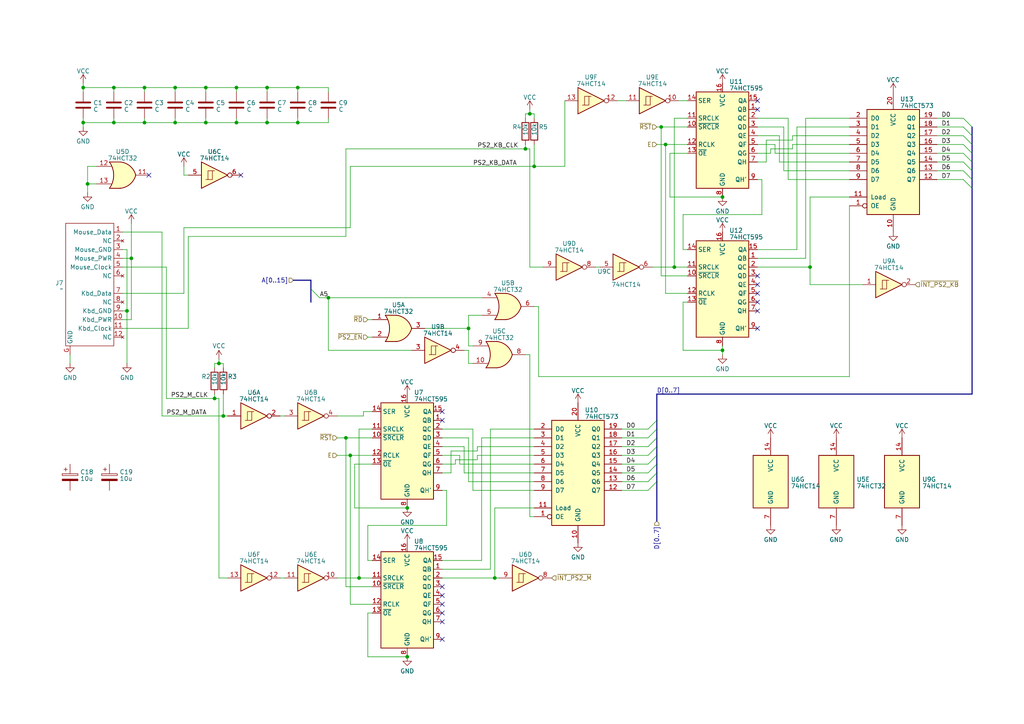
<source format=kicad_sch>
(kicad_sch (version 20231120) (generator "eeschema") (generator_version "8.0")
  (paper "A4")
  (lib_symbols
    (symbol "74xx:74HC14" (pin_names (offset 1.016))
      (property "Reference" "U" (at 0 1.27 0))
      (property "Value" "74HC14" (at 0 -1.27 0))
      (symbol "74HC14_1_0"
        (polyline (pts (xy -3.81 3.81) (xy -3.81 -3.81) (xy 3.81 0) (xy -3.81 3.81)) (stroke (width 0.254)) (fill (type background)))
        (pin input line (at -7.62 0 0) (length 3.81) (name "~") (number "1"))
        (pin output inverted (at 7.62 0 180) (length 3.81) (name "~") (number "2"))
      )
      (symbol "74HC14_1_1"
        (polyline (pts (xy -1.905 -1.27) (xy -1.905 1.27) (xy -0.635 1.27)))
        (polyline (pts (xy -2.54 -1.27) (xy -0.635 -1.27) (xy -0.635 1.27) (xy 0 1.27)))
      )
      (symbol "74HC14_2_0"
        (polyline (pts (xy -3.81 3.81) (xy -3.81 -3.81) (xy 3.81 0) (xy -3.81 3.81)) (stroke (width 0.254)) (fill (type background)))
        (pin input line (at -7.62 0 0) (length 3.81) (name "~") (number "3"))
        (pin output inverted (at 7.62 0 180) (length 3.81) (name "~") (number "4"))
      )
      (symbol "74HC14_2_1"
        (polyline (pts (xy -1.905 -1.27) (xy -1.905 1.27) (xy -0.635 1.27)))
        (polyline (pts (xy -2.54 -1.27) (xy -0.635 -1.27) (xy -0.635 1.27) (xy 0 1.27)))
      )
      (symbol "74HC14_3_0"
        (polyline (pts (xy -3.81 3.81) (xy -3.81 -3.81) (xy 3.81 0) (xy -3.81 3.81)) (stroke (width 0.254)) (fill (type background)))
        (pin input line (at -7.62 0 0) (length 3.81) (name "~") (number "5"))
        (pin output inverted (at 7.62 0 180) (length 3.81) (name "~") (number "6"))
      )
      (symbol "74HC14_3_1"
        (polyline (pts (xy -1.905 -1.27) (xy -1.905 1.27) (xy -0.635 1.27)))
        (polyline (pts (xy -2.54 -1.27) (xy -0.635 -1.27) (xy -0.635 1.27) (xy 0 1.27)))
      )
      (symbol "74HC14_4_0"
        (polyline (pts (xy -3.81 3.81) (xy -3.81 -3.81) (xy 3.81 0) (xy -3.81 3.81)) (stroke (width 0.254)) (fill (type background)))
        (pin output inverted (at 7.62 0 180) (length 3.81) (name "~") (number "8"))
        (pin input line (at -7.62 0 0) (length 3.81) (name "~") (number "9"))
      )
      (symbol "74HC14_4_1"
        (polyline (pts (xy -1.905 -1.27) (xy -1.905 1.27) (xy -0.635 1.27)))
        (polyline (pts (xy -2.54 -1.27) (xy -0.635 -1.27) (xy -0.635 1.27) (xy 0 1.27)))
      )
      (symbol "74HC14_5_0"
        (polyline (pts (xy -3.81 3.81) (xy -3.81 -3.81) (xy 3.81 0) (xy -3.81 3.81)) (stroke (width 0.254)) (fill (type background)))
        (pin output inverted (at 7.62 0 180) (length 3.81) (name "~") (number "10"))
        (pin input line (at -7.62 0 0) (length 3.81) (name "~") (number "11"))
      )
      (symbol "74HC14_5_1"
        (polyline (pts (xy -1.905 -1.27) (xy -1.905 1.27) (xy -0.635 1.27)))
        (polyline (pts (xy -2.54 -1.27) (xy -0.635 -1.27) (xy -0.635 1.27) (xy 0 1.27)))
      )
      (symbol "74HC14_6_0"
        (polyline (pts (xy -3.81 3.81) (xy -3.81 -3.81) (xy 3.81 0) (xy -3.81 3.81)) (stroke (width 0.254)) (fill (type background)))
        (pin output inverted (at 7.62 0 180) (length 3.81) (name "~") (number "12"))
        (pin input line (at -7.62 0 0) (length 3.81) (name "~") (number "13"))
      )
      (symbol "74HC14_6_1"
        (polyline (pts (xy -1.905 -1.27) (xy -1.905 1.27) (xy -0.635 1.27)))
        (polyline (pts (xy -2.54 -1.27) (xy -0.635 -1.27) (xy -0.635 1.27) (xy 0 1.27)))
      )
      (symbol "74HC14_7_0"
        (pin power_in line (at 0 12.7 270) (length 5.08) (name "VCC") (number "14"))
        (pin power_in line (at 0 -12.7 90) (length 5.08) (name "GND") (number "7"))
      )
      (symbol "74HC14_7_1"
        (rectangle (start -5.08 7.62) (end 5.08 -7.62) (stroke (width 0.254)) (fill (type background)))
      )
    )
    (symbol "74xx:74HC595"
      (property "Reference" "U" (at -7.62 13.97 0))
      (property "Value" "74HC595" (at -7.62 -16.51 0))
      (symbol "74HC595_1_0"
        (pin tri_state line (at 10.16 7.62 180) (length 2.54) (name "QB") (number "1"))
        (pin input line (at -10.16 2.54 0) (length 2.54) (name "~{SRCLR}") (number "10"))
        (pin input line (at -10.16 5.08 0) (length 2.54) (name "SRCLK") (number "11"))
        (pin input line (at -10.16 -2.54 0) (length 2.54) (name "RCLK") (number "12"))
        (pin input line (at -10.16 -5.08 0) (length 2.54) (name "~{OE}") (number "13"))
        (pin input line (at -10.16 10.16 0) (length 2.54) (name "SER") (number "14"))
        (pin tri_state line (at 10.16 10.16 180) (length 2.54) (name "QA") (number "15"))
        (pin power_in line (at 0 15.24 270) (length 2.54) (name "VCC") (number "16"))
        (pin tri_state line (at 10.16 5.08 180) (length 2.54) (name "QC") (number "2"))
        (pin tri_state line (at 10.16 2.54 180) (length 2.54) (name "QD") (number "3"))
        (pin tri_state line (at 10.16 0 180) (length 2.54) (name "QE") (number "4"))
        (pin tri_state line (at 10.16 -2.54 180) (length 2.54) (name "QF") (number "5"))
        (pin tri_state line (at 10.16 -5.08 180) (length 2.54) (name "QG") (number "6"))
        (pin tri_state line (at 10.16 -7.62 180) (length 2.54) (name "QH") (number "7"))
        (pin power_in line (at 0 -17.78 90) (length 2.54) (name "GND") (number "8"))
        (pin output line (at 10.16 -12.7 180) (length 2.54) (name "QH'") (number "9"))
      )
      (symbol "74HC595_1_1"
        (rectangle (start -7.62 12.7) (end 7.62 -15.24) (stroke (width 0.254)) (fill (type background)))
      )
    )
    (symbol "74xx:74LS32" (pin_names (offset 1.016))
      (property "Reference" "U" (at 0 1.27 0))
      (property "Value" "74LS32" (at 0 -1.27 0))
      (symbol "74LS32_1_1"
        (arc (start -3.81 -3.81) (mid -2.589 0) (end -3.81 3.81) (stroke (width 0.254)))
        (arc (start -0.6096 -3.81) (mid 2.1842 -2.5851) (end 3.81 0) (stroke (width 0.254)) (fill (type background)))
        (polyline (pts (xy -3.81 -3.81) (xy -0.635 -3.81)) (stroke (width 0.254)) (fill (type background)))
        (polyline (pts (xy -3.81 3.81) (xy -0.635 3.81)) (stroke (width 0.254)) (fill (type background)))
        (polyline (pts (xy -0.635 3.81) (xy -3.81 3.81) (xy -3.81 3.81) (xy -3.556 3.4036) (xy -3.0226 2.2606) (xy -2.6924 1.0414) (xy -2.6162 -0.254) (xy -2.7686 -1.4986) (xy -3.175 -2.7178) (xy -3.81 -3.81) (xy -3.81 -3.81) (xy -0.635 -3.81)) (stroke (width -25.4)) (fill (type background)))
        (arc (start 3.81 0) (mid 2.1915 2.5936) (end -0.6096 3.81) (stroke (width 0.254)) (fill (type background)))
        (pin input line (at -7.62 2.54 0) (length 4.318) (name "~") (number "1"))
        (pin input line (at -7.62 -2.54 0) (length 4.318) (name "~") (number "2"))
        (pin output line (at 7.62 0 180) (length 3.81) (name "~") (number "3"))
      )
      (symbol "74LS32_1_2"
        (arc (start 0 -3.81) (mid 3.7934 0) (end 0 3.81) (stroke (width 0.254)) (fill (type background)))
        (polyline (pts (xy 0 3.81) (xy -3.81 3.81) (xy -3.81 -3.81) (xy 0 -3.81)) (stroke (width 0.254)) (fill (type background)))
        (pin input inverted (at -7.62 2.54 0) (length 3.81) (name "~") (number "1"))
        (pin input inverted (at -7.62 -2.54 0) (length 3.81) (name "~") (number "2"))
        (pin output inverted (at 7.62 0 180) (length 3.81) (name "~") (number "3"))
      )
      (symbol "74LS32_2_1"
        (arc (start -3.81 -3.81) (mid -2.589 0) (end -3.81 3.81) (stroke (width 0.254)))
        (arc (start -0.6096 -3.81) (mid 2.1842 -2.5851) (end 3.81 0) (stroke (width 0.254)) (fill (type background)))
        (polyline (pts (xy -3.81 -3.81) (xy -0.635 -3.81)) (stroke (width 0.254)) (fill (type background)))
        (polyline (pts (xy -3.81 3.81) (xy -0.635 3.81)) (stroke (width 0.254)) (fill (type background)))
        (polyline (pts (xy -0.635 3.81) (xy -3.81 3.81) (xy -3.81 3.81) (xy -3.556 3.4036) (xy -3.0226 2.2606) (xy -2.6924 1.0414) (xy -2.6162 -0.254) (xy -2.7686 -1.4986) (xy -3.175 -2.7178) (xy -3.81 -3.81) (xy -3.81 -3.81) (xy -0.635 -3.81)) (stroke (width -25.4)) (fill (type background)))
        (arc (start 3.81 0) (mid 2.1915 2.5936) (end -0.6096 3.81) (stroke (width 0.254)) (fill (type background)))
        (pin input line (at -7.62 2.54 0) (length 4.318) (name "~") (number "4"))
        (pin input line (at -7.62 -2.54 0) (length 4.318) (name "~") (number "5"))
        (pin output line (at 7.62 0 180) (length 3.81) (name "~") (number "6"))
      )
      (symbol "74LS32_2_2"
        (arc (start 0 -3.81) (mid 3.7934 0) (end 0 3.81) (stroke (width 0.254)) (fill (type background)))
        (polyline (pts (xy 0 3.81) (xy -3.81 3.81) (xy -3.81 -3.81) (xy 0 -3.81)) (stroke (width 0.254)) (fill (type background)))
        (pin input inverted (at -7.62 2.54 0) (length 3.81) (name "~") (number "4"))
        (pin input inverted (at -7.62 -2.54 0) (length 3.81) (name "~") (number "5"))
        (pin output inverted (at 7.62 0 180) (length 3.81) (name "~") (number "6"))
      )
      (symbol "74LS32_3_1"
        (arc (start -3.81 -3.81) (mid -2.589 0) (end -3.81 3.81) (stroke (width 0.254)))
        (arc (start -0.6096 -3.81) (mid 2.1842 -2.5851) (end 3.81 0) (stroke (width 0.254)) (fill (type background)))
        (polyline (pts (xy -3.81 -3.81) (xy -0.635 -3.81)) (stroke (width 0.254)) (fill (type background)))
        (polyline (pts (xy -3.81 3.81) (xy -0.635 3.81)) (stroke (width 0.254)) (fill (type background)))
        (polyline (pts (xy -0.635 3.81) (xy -3.81 3.81) (xy -3.81 3.81) (xy -3.556 3.4036) (xy -3.0226 2.2606) (xy -2.6924 1.0414) (xy -2.6162 -0.254) (xy -2.7686 -1.4986) (xy -3.175 -2.7178) (xy -3.81 -3.81) (xy -3.81 -3.81) (xy -0.635 -3.81)) (stroke (width -25.4)) (fill (type background)))
        (arc (start 3.81 0) (mid 2.1915 2.5936) (end -0.6096 3.81) (stroke (width 0.254)) (fill (type background)))
        (pin input line (at -7.62 -2.54 0) (length 4.318) (name "~") (number "10"))
        (pin output line (at 7.62 0 180) (length 3.81) (name "~") (number "8"))
        (pin input line (at -7.62 2.54 0) (length 4.318) (name "~") (number "9"))
      )
      (symbol "74LS32_3_2"
        (arc (start 0 -3.81) (mid 3.7934 0) (end 0 3.81) (stroke (width 0.254)) (fill (type background)))
        (polyline (pts (xy 0 3.81) (xy -3.81 3.81) (xy -3.81 -3.81) (xy 0 -3.81)) (stroke (width 0.254)) (fill (type background)))
        (pin input inverted (at -7.62 -2.54 0) (length 3.81) (name "~") (number "10"))
        (pin output inverted (at 7.62 0 180) (length 3.81) (name "~") (number "8"))
        (pin input inverted (at -7.62 2.54 0) (length 3.81) (name "~") (number "9"))
      )
      (symbol "74LS32_4_1"
        (arc (start -3.81 -3.81) (mid -2.589 0) (end -3.81 3.81) (stroke (width 0.254)))
        (arc (start -0.6096 -3.81) (mid 2.1842 -2.5851) (end 3.81 0) (stroke (width 0.254)) (fill (type background)))
        (polyline (pts (xy -3.81 -3.81) (xy -0.635 -3.81)) (stroke (width 0.254)) (fill (type background)))
        (polyline (pts (xy -3.81 3.81) (xy -0.635 3.81)) (stroke (width 0.254)) (fill (type background)))
        (polyline (pts (xy -0.635 3.81) (xy -3.81 3.81) (xy -3.81 3.81) (xy -3.556 3.4036) (xy -3.0226 2.2606) (xy -2.6924 1.0414) (xy -2.6162 -0.254) (xy -2.7686 -1.4986) (xy -3.175 -2.7178) (xy -3.81 -3.81) (xy -3.81 -3.81) (xy -0.635 -3.81)) (stroke (width -25.4)) (fill (type background)))
        (arc (start 3.81 0) (mid 2.1915 2.5936) (end -0.6096 3.81) (stroke (width 0.254)) (fill (type background)))
        (pin output line (at 7.62 0 180) (length 3.81) (name "~") (number "11"))
        (pin input line (at -7.62 2.54 0) (length 4.318) (name "~") (number "12"))
        (pin input line (at -7.62 -2.54 0) (length 4.318) (name "~") (number "13"))
      )
      (symbol "74LS32_4_2"
        (arc (start 0 -3.81) (mid 3.7934 0) (end 0 3.81) (stroke (width 0.254)) (fill (type background)))
        (polyline (pts (xy 0 3.81) (xy -3.81 3.81) (xy -3.81 -3.81) (xy 0 -3.81)) (stroke (width 0.254)) (fill (type background)))
        (pin output inverted (at 7.62 0 180) (length 3.81) (name "~") (number "11"))
        (pin input inverted (at -7.62 2.54 0) (length 3.81) (name "~") (number "12"))
        (pin input inverted (at -7.62 -2.54 0) (length 3.81) (name "~") (number "13"))
      )
      (symbol "74LS32_5_0"
        (pin power_in line (at 0 12.7 270) (length 5.08) (name "VCC") (number "14"))
        (pin power_in line (at 0 -12.7 90) (length 5.08) (name "GND") (number "7"))
      )
      (symbol "74LS32_5_1"
        (rectangle (start -5.08 7.62) (end 5.08 -7.62) (stroke (width 0.254)) (fill (type background)))
      )
    )
    (symbol "74xx:74LS573" (pin_names (offset 1.016))
      (property "Reference" "U" (at -7.62 16.51 0))
      (property "Value" "74LS573" (at -7.62 -16.51 0))
      (symbol "74LS573_1_0"
        (pin input inverted (at -12.7 -12.7 0) (length 5.08) (name "OE") (number "1"))
        (pin power_in line (at 0 -20.32 90) (length 5.08) (name "GND") (number "10"))
        (pin input line (at -12.7 -10.16 0) (length 5.08) (name "Load") (number "11"))
        (pin tri_state line (at 12.7 -5.08 180) (length 5.08) (name "Q7") (number "12"))
        (pin tri_state line (at 12.7 -2.54 180) (length 5.08) (name "Q6") (number "13"))
        (pin tri_state line (at 12.7 0 180) (length 5.08) (name "Q5") (number "14"))
        (pin tri_state line (at 12.7 2.54 180) (length 5.08) (name "Q4") (number "15"))
        (pin tri_state line (at 12.7 5.08 180) (length 5.08) (name "Q3") (number "16"))
        (pin tri_state line (at 12.7 7.62 180) (length 5.08) (name "Q2") (number "17"))
        (pin tri_state line (at 12.7 10.16 180) (length 5.08) (name "Q1") (number "18"))
        (pin tri_state line (at 12.7 12.7 180) (length 5.08) (name "Q0") (number "19"))
        (pin input line (at -12.7 12.7 0) (length 5.08) (name "D0") (number "2"))
        (pin power_in line (at 0 20.32 270) (length 5.08) (name "VCC") (number "20"))
        (pin input line (at -12.7 10.16 0) (length 5.08) (name "D1") (number "3"))
        (pin input line (at -12.7 7.62 0) (length 5.08) (name "D2") (number "4"))
        (pin input line (at -12.7 5.08 0) (length 5.08) (name "D3") (number "5"))
        (pin input line (at -12.7 2.54 0) (length 5.08) (name "D4") (number "6"))
        (pin input line (at -12.7 0 0) (length 5.08) (name "D5") (number "7"))
        (pin input line (at -12.7 -2.54 0) (length 5.08) (name "D6") (number "8"))
        (pin input line (at -12.7 -5.08 0) (length 5.08) (name "D7") (number "9"))
      )
      (symbol "74LS573_1_1"
        (rectangle (start -7.62 15.24) (end 7.62 -15.24) (stroke (width 0.254)) (fill (type background)))
      )
    )
    (symbol "Device:C" (pin_numbers hide) (pin_names (offset 0.254))
      (property "Reference" "C" (at 0.635 2.54 0))
      (property "Value" "C" (at 0.635 -2.54 0))
      (symbol "C_0_1"
        (polyline (pts (xy -2.032 -0.762) (xy 2.032 -0.762)) (stroke (width 0.508)))
        (polyline (pts (xy -2.032 0.762) (xy 2.032 0.762)) (stroke (width 0.508)))
      )
      (symbol "C_1_1"
        (pin passive line (at 0 3.81 270) (length 2.794) (name "~") (number "1"))
        (pin passive line (at 0 -3.81 90) (length 2.794) (name "~") (number "2"))
      )
    )
    (symbol "Device:C_Polarized" (pin_numbers hide) (pin_names (offset 0.254))
      (property "Reference" "C" (at 0.635 2.54 0))
      (property "Value" "C_Polarized" (at 0.635 -2.54 0))
      (symbol "C_Polarized_0_1"
        (rectangle (start -2.286 0.508) (end 2.286 1.016))
        (polyline (pts (xy -1.778 2.286) (xy -0.762 2.286)))
        (polyline (pts (xy -1.27 2.794) (xy -1.27 1.778)))
        (rectangle (start 2.286 -0.508) (end -2.286 -1.016) (fill (type outline)))
      )
      (symbol "C_Polarized_1_1"
        (pin passive line (at 0 3.81 270) (length 2.794) (name "~") (number "1"))
        (pin passive line (at 0 -3.81 90) (length 2.794) (name "~") (number "2"))
      )
    )
    (symbol "Device:R" (pin_numbers hide) (pin_names (offset 0))
      (property "Reference" "R" (at 2.032 0 90))
      (property "Value" "R" (at 0 0 90))
      (symbol "R_0_1"
        (rectangle (start -1.016 -2.54) (end 1.016 2.54) (stroke (width 0.254)))
      )
      (symbol "R_1_1"
        (pin passive line (at 0 3.81 270) (length 1.27) (name "~") (number "1"))
        (pin passive line (at 0 -3.81 90) (length 1.27) (name "~") (number "2"))
      )
    )
    (symbol "motherboard:2xPS2"
      (property "Reference" "J" (at 0 0 0))
      (symbol "2xPS2_0_1"
        (rectangle (start -7.62 38.1) (end 6.35 2.54))
      )
      (symbol "2xPS2_1_1"
        (pin input line (at -10.16 35.56 0) (length 2.54) (name "Mouse_Data") (number "1"))
        (pin power_in line (at -10.16 10.16 0) (length 2.54) (name "Kbd_PWR") (number "10"))
        (pin power_in line (at -10.16 7.62 0) (length 2.54) (name "Kbd_Clock") (number "11"))
        (pin no_connect line (at -10.16 5.08 0) (length 2.54) (name "NC") (number "12"))
        (pin no_connect line (at -10.16 33.02 0) (length 2.54) (name "NC") (number "2"))
        (pin power_in line (at -10.16 30.48 0) (length 2.54) (name "Mouse_GND") (number "3"))
        (pin power_in line (at -10.16 27.94 0) (length 2.54) (name "Mouse_PWR") (number "4"))
        (pin power_in line (at -10.16 25.4 0) (length 2.54) (name "Mouse_Clock") (number "5"))
        (pin no_connect line (at -10.16 22.86 0) (length 2.54) (name "NC") (number "6"))
        (pin input line (at -10.16 17.78 0) (length 2.54) (name "Kbd_Data") (number "7"))
        (pin no_connect line (at -10.16 15.24 0) (length 2.54) (name "NC") (number "8"))
        (pin power_in line (at -10.16 12.7 0) (length 2.54) (name "Kbd_GND") (number "9"))
        (pin power_in line (at 5.08 0 90) (length 2.54) (name "GND") (number "G"))
      )
    )
    (symbol "power:GND" (power) (pin_names (offset 0))
      (property "Value" "GND" (at 0 -3.81 0))
      (symbol "GND_0_1"
        (polyline (pts (xy 0 0) (xy 0 -1.27) (xy 1.27 -1.27) (xy 0 -2.54) (xy -1.27 -1.27) (xy 0 -1.27)))
      )
      (symbol "GND_1_1"
        (pin power_in line (at 0 0 270) (length 0) hide (name "GND") (number "1"))
      )
    )
    (symbol "power:VCC" (power) (pin_names (offset 0))
      (property "Value" "VCC" (at 0 3.81 0))
      (symbol "VCC_0_1"
        (polyline (pts (xy -0.762 1.27) (xy 0 2.54)))
        (polyline (pts (xy 0 0) (xy 0 2.54)))
        (polyline (pts (xy 0 2.54) (xy 0.762 1.27)))
      )
      (symbol "VCC_1_1"
        (pin power_in line (at 0 0 90) (length 0) hide (name "VCC") (number "1"))
      )
    )
  )
  (junction (at 63.5 105.41))
  (junction (at 234.95 77.47))
  (junction (at 154.94 48.26))
  (junction (at 193.04 41.91))
  (junction (at 38.1 74.93))
  (junction (at 77.47 35.56))
  (junction (at 143.51 167.64))
  (junction (at 62.23 115.57))
  (junction (at 95.25 86.36))
  (junction (at 41.91 35.56))
  (junction (at 209.55 101.6))
  (junction (at 195.58 77.47))
  (junction (at 86.36 35.56))
  (junction (at 50.8 25.4))
  (junction (at 24.13 25.4))
  (junction (at 36.83 90.17))
  (junction (at 118.11 147.32))
  (junction (at 25.4 53.34))
  (junction (at 209.55 57.15))
  (junction (at 68.58 25.4))
  (junction (at 50.8 35.56))
  (junction (at 135.89 95.25))
  (junction (at 24.13 35.56))
  (junction (at 152.4 43.18))
  (junction (at 64.77 120.65))
  (junction (at 68.58 35.56))
  (junction (at 101.6 132.08))
  (junction (at 33.02 25.4))
  (junction (at 118.11 190.5))
  (junction (at 77.47 25.4))
  (junction (at 153.67 33.02))
  (junction (at 100.33 127))
  (junction (at 104.14 167.64))
  (junction (at 59.69 25.4))
  (junction (at 41.91 25.4))
  (junction (at 33.02 35.56))
  (junction (at 86.36 25.4))
  (junction (at 59.69 35.56))
  (junction (at 191.77 36.83))
  (no_connect (at 219.71 29.21))
  (no_connect (at 128.27 119.38))
  (no_connect (at 128.27 180.34))
  (no_connect (at 69.85 50.8))
  (no_connect (at 128.27 177.8))
  (no_connect (at 128.27 121.92))
  (no_connect (at 219.71 80.01))
  (no_connect (at 128.27 172.72))
  (no_connect (at 219.71 82.55))
  (no_connect (at 219.71 31.75))
  (no_connect (at 219.71 95.25))
  (no_connect (at 219.71 85.09))
  (no_connect (at 219.71 87.63))
  (no_connect (at 128.27 170.18))
  (no_connect (at 128.27 185.42))
  (no_connect (at 128.27 175.26))
  (no_connect (at 219.71 90.17))
  (no_connect (at 43.18 50.8))
  (bus_entry (at 190.5 121.92) (size -2.54 2.54))
  (bus_entry (at 281.94 39.37) (size -2.54 -2.54))
  (bus_entry (at 281.94 36.83) (size -2.54 -2.54))
  (bus_entry (at 281.94 49.53) (size -2.54 -2.54))
  (bus_entry (at 281.94 46.99) (size -2.54 -2.54))
  (bus_entry (at 281.94 41.91) (size -2.54 -2.54))
  (bus_entry (at 190.5 127) (size -2.54 2.54))
  (bus_entry (at 190.5 134.62) (size -2.54 2.54))
  (bus_entry (at 281.94 54.61) (size -2.54 -2.54))
  (bus_entry (at 281.94 52.07) (size -2.54 -2.54))
  (bus_entry (at 190.5 132.08) (size -2.54 2.54))
  (bus_entry (at 190.5 124.46) (size -2.54 2.54))
  (bus_entry (at 281.94 44.45) (size -2.54 -2.54))
  (bus_entry (at 190.5 139.7) (size -2.54 2.54))
  (bus_entry (at 190.5 137.16) (size -2.54 2.54))
  (bus_entry (at 90.17 83.82) (size 2.54 2.54))
  (bus_entry (at 190.5 129.54) (size -2.54 2.54))
  (wire (pts (xy 77.47 26.67) (xy 77.47 25.4)))
  (wire (pts (xy 53.34 85.09) (xy 53.34 66.04)))
  (wire (pts (xy 142.24 124.46) (xy 154.94 124.46)))
  (bus (pts (xy 190.5 124.46) (xy 190.5 127)))
  (wire (pts (xy 135.89 91.44) (xy 139.7 91.44)))
  (bus (pts (xy 281.94 49.53) (xy 281.94 52.07)))
  (wire (pts (xy 180.34 127) (xy 187.96 127)))
  (wire (pts (xy 48.26 77.47) (xy 35.56 77.47)))
  (wire (pts (xy 143.51 167.64) (xy 144.78 167.64)))
  (wire (pts (xy 219.71 44.45) (xy 223.52 44.45)))
  (wire (pts (xy 59.69 35.56) (xy 68.58 35.56)))
  (wire (pts (xy 271.78 52.07) (xy 279.4 52.07)))
  (wire (pts (xy 234.95 82.55) (xy 250.19 82.55)))
  (wire (pts (xy 64.77 114.3) (xy 64.77 120.65)))
  (wire (pts (xy 180.34 129.54) (xy 187.96 129.54)))
  (wire (pts (xy 41.91 25.4) (xy 41.91 26.67)))
  (wire (pts (xy 128.27 165.1) (xy 142.24 165.1)))
  (wire (pts (xy 107.95 177.8) (xy 106.68 177.8)))
  (wire (pts (xy 46.99 120.65) (xy 64.77 120.65)))
  (wire (pts (xy 193.04 41.91) (xy 199.39 41.91)))
  (wire (pts (xy 24.13 25.4) (xy 24.13 26.67)))
  (wire (pts (xy 154.94 147.32) (xy 143.51 147.32)))
  (wire (pts (xy 142.24 165.1) (xy 142.24 124.46)))
  (wire (pts (xy 154.94 41.91) (xy 154.94 48.26)))
  (wire (pts (xy 64.77 105.41) (xy 63.5 105.41)))
  (wire (pts (xy 128.27 127) (xy 135.89 127)))
  (wire (pts (xy 271.78 39.37) (xy 279.4 39.37)))
  (wire (pts (xy 100.33 127) (xy 107.95 127)))
  (wire (pts (xy 24.13 25.4) (xy 33.02 25.4)))
  (wire (pts (xy 157.48 77.47) (xy 153.67 77.47)))
  (wire (pts (xy 33.02 35.56) (xy 41.91 35.56)))
  (wire (pts (xy 220.98 52.07) (xy 220.98 62.23)))
  (bus (pts (xy 90.17 81.28) (xy 90.17 83.82)))
  (wire (pts (xy 154.94 142.24) (xy 137.16 142.24)))
  (wire (pts (xy 234.95 82.55) (xy 234.95 77.47)))
  (bus (pts (xy 190.5 127) (xy 190.5 129.54)))
  (wire (pts (xy 50.8 25.4) (xy 59.69 25.4)))
  (wire (pts (xy 130.81 137.16) (xy 130.81 130.81)))
  (wire (pts (xy 195.58 34.29) (xy 199.39 34.29)))
  (wire (pts (xy 77.47 35.56) (xy 86.36 35.56)))
  (wire (pts (xy 64.77 120.65) (xy 66.04 120.65)))
  (bus (pts (xy 190.5 132.08) (xy 190.5 134.62)))
  (wire (pts (xy 229.87 41.91) (xy 246.38 41.91)))
  (wire (pts (xy 180.34 137.16) (xy 187.96 137.16)))
  (wire (pts (xy 77.47 34.29) (xy 77.47 35.56)))
  (wire (pts (xy 222.25 40.64) (xy 229.87 40.64)))
  (wire (pts (xy 41.91 34.29) (xy 41.91 35.56)))
  (wire (pts (xy 139.7 162.56) (xy 139.7 127)))
  (wire (pts (xy 231.14 36.83) (xy 246.38 36.83)))
  (wire (pts (xy 35.56 67.31) (xy 46.99 67.31)))
  (wire (pts (xy 153.67 31.75) (xy 153.67 33.02)))
  (wire (pts (xy 123.19 95.25) (xy 135.89 95.25)))
  (wire (pts (xy 219.71 36.83) (xy 227.33 36.83)))
  (wire (pts (xy 190.5 36.83) (xy 191.77 36.83)))
  (bus (pts (xy 190.5 129.54) (xy 190.5 132.08)))
  (bus (pts (xy 281.94 36.83) (xy 281.94 39.37)))
  (wire (pts (xy 59.69 25.4) (xy 68.58 25.4)))
  (wire (pts (xy 133.35 132.08) (xy 133.35 134.62)))
  (wire (pts (xy 106.68 162.56) (xy 107.95 162.56)))
  (wire (pts (xy 154.94 33.02) (xy 154.94 34.29)))
  (wire (pts (xy 63.5 105.41) (xy 62.23 105.41)))
  (wire (pts (xy 86.36 26.67) (xy 86.36 25.4)))
  (wire (pts (xy 101.6 66.04) (xy 101.6 48.26)))
  (wire (pts (xy 135.89 100.33) (xy 137.16 100.33)))
  (wire (pts (xy 135.89 91.44) (xy 135.89 95.25)))
  (wire (pts (xy 137.16 124.46) (xy 128.27 124.46)))
  (wire (pts (xy 199.39 44.45) (xy 194.31 44.45)))
  (wire (pts (xy 107.95 134.62) (xy 102.87 134.62)))
  (wire (pts (xy 246.38 57.15) (xy 234.95 57.15)))
  (wire (pts (xy 163.83 48.26) (xy 163.83 29.21)))
  (wire (pts (xy 156.21 109.22) (xy 246.38 109.22)))
  (wire (pts (xy 196.85 29.21) (xy 199.39 29.21)))
  (bus (pts (xy 281.94 52.07) (xy 281.94 54.61)))
  (wire (pts (xy 33.02 26.67) (xy 33.02 25.4)))
  (wire (pts (xy 97.79 120.65) (xy 105.41 120.65)))
  (wire (pts (xy 172.72 77.47) (xy 173.99 77.47)))
  (wire (pts (xy 41.91 35.56) (xy 50.8 35.56)))
  (wire (pts (xy 86.36 25.4) (xy 95.25 25.4)))
  (wire (pts (xy 228.6 52.07) (xy 228.6 34.29)))
  (wire (pts (xy 35.56 72.39) (xy 36.83 72.39)))
  (wire (pts (xy 246.38 52.07) (xy 228.6 52.07)))
  (wire (pts (xy 137.16 142.24) (xy 137.16 124.46)))
  (wire (pts (xy 191.77 80.01) (xy 199.39 80.01)))
  (wire (pts (xy 129.54 142.24) (xy 129.54 152.4)))
  (wire (pts (xy 132.08 134.62) (xy 132.08 133.35)))
  (wire (pts (xy 219.71 77.47) (xy 234.95 77.47)))
  (wire (pts (xy 100.33 127) (xy 100.33 170.18)))
  (wire (pts (xy 133.35 134.62) (xy 154.94 134.62)))
  (wire (pts (xy 198.12 72.39) (xy 199.39 72.39)))
  (wire (pts (xy 59.69 34.29) (xy 59.69 35.56)))
  (wire (pts (xy 199.39 87.63) (xy 198.12 87.63)))
  (wire (pts (xy 135.89 101.6) (xy 134.62 101.6)))
  (bus (pts (xy 281.94 44.45) (xy 281.94 46.99)))
  (bus (pts (xy 190.5 134.62) (xy 190.5 137.16)))
  (wire (pts (xy 95.25 26.67) (xy 95.25 25.4)))
  (wire (pts (xy 195.58 77.47) (xy 199.39 77.47)))
  (wire (pts (xy 20.32 105.41) (xy 20.32 102.87)))
  (wire (pts (xy 156.21 109.22) (xy 156.21 88.9)))
  (wire (pts (xy 180.34 139.7) (xy 187.96 139.7)))
  (wire (pts (xy 68.58 35.56) (xy 77.47 35.56)))
  (wire (pts (xy 63.5 167.64) (xy 63.5 115.57)))
  (wire (pts (xy 135.89 139.7) (xy 154.94 139.7)))
  (wire (pts (xy 138.43 132.08) (xy 154.94 132.08)))
  (wire (pts (xy 226.06 46.99) (xy 246.38 46.99)))
  (wire (pts (xy 154.94 88.9) (xy 156.21 88.9)))
  (wire (pts (xy 66.04 167.64) (xy 63.5 167.64)))
  (wire (pts (xy 195.58 77.47) (xy 195.58 34.29)))
  (wire (pts (xy 233.68 34.29) (xy 246.38 34.29)))
  (wire (pts (xy 135.89 101.6) (xy 135.89 105.41)))
  (wire (pts (xy 229.87 43.18) (xy 229.87 41.91)))
  (wire (pts (xy 152.4 43.18) (xy 153.67 43.18)))
  (wire (pts (xy 101.6 48.26) (xy 154.94 48.26)))
  (wire (pts (xy 229.87 39.37) (xy 246.38 39.37)))
  (wire (pts (xy 97.79 127) (xy 100.33 127)))
  (wire (pts (xy 219.71 46.99) (xy 222.25 46.99)))
  (wire (pts (xy 68.58 34.29) (xy 68.58 35.56)))
  (wire (pts (xy 106.68 97.79) (xy 107.95 97.79)))
  (wire (pts (xy 143.51 147.32) (xy 143.51 167.64)))
  (wire (pts (xy 25.4 53.34) (xy 25.4 55.88)))
  (wire (pts (xy 132.08 133.35) (xy 138.43 133.35)))
  (wire (pts (xy 198.12 101.6) (xy 209.55 101.6)))
  (wire (pts (xy 128.27 134.62) (xy 132.08 134.62)))
  (wire (pts (xy 153.67 149.86) (xy 154.94 149.86)))
  (wire (pts (xy 62.23 114.3) (xy 62.23 115.57)))
  (wire (pts (xy 38.1 64.77) (xy 38.1 74.93)))
  (wire (pts (xy 180.34 134.62) (xy 187.96 134.62)))
  (bus (pts (xy 190.5 137.16) (xy 190.5 139.7)))
  (wire (pts (xy 33.02 34.29) (xy 33.02 35.56)))
  (wire (pts (xy 129.54 152.4) (xy 106.68 152.4)))
  (wire (pts (xy 59.69 26.67) (xy 59.69 25.4)))
  (wire (pts (xy 97.79 167.64) (xy 104.14 167.64)))
  (wire (pts (xy 48.26 115.57) (xy 62.23 115.57)))
  (wire (pts (xy 271.78 46.99) (xy 279.4 46.99)))
  (wire (pts (xy 36.83 72.39) (xy 36.83 90.17)))
  (wire (pts (xy 41.91 25.4) (xy 50.8 25.4)))
  (wire (pts (xy 138.43 133.35) (xy 138.43 132.08)))
  (wire (pts (xy 224.79 41.91) (xy 224.79 44.45)))
  (wire (pts (xy 104.14 124.46) (xy 107.95 124.46)))
  (wire (pts (xy 153.67 102.87) (xy 153.67 149.86)))
  (wire (pts (xy 24.13 34.29) (xy 24.13 35.56)))
  (wire (pts (xy 24.13 35.56) (xy 24.13 36.83)))
  (wire (pts (xy 81.28 120.65) (xy 82.55 120.65)))
  (wire (pts (xy 36.83 90.17) (xy 36.83 105.41)))
  (bus (pts (xy 281.94 114.3) (xy 190.5 114.3)))
  (wire (pts (xy 271.78 41.91) (xy 279.4 41.91)))
  (wire (pts (xy 219.71 39.37) (xy 226.06 39.37)))
  (wire (pts (xy 209.55 101.6) (xy 209.55 102.87)))
  (wire (pts (xy 138.43 130.81) (xy 138.43 129.54)))
  (wire (pts (xy 220.98 62.23) (xy 198.12 62.23)))
  (wire (pts (xy 104.14 167.64) (xy 104.14 124.46)))
  (wire (pts (xy 199.39 36.83) (xy 191.77 36.83)))
  (wire (pts (xy 128.27 162.56) (xy 139.7 162.56)))
  (wire (pts (xy 227.33 49.53) (xy 246.38 49.53)))
  (wire (pts (xy 53.34 50.8) (xy 54.61 50.8)))
  (wire (pts (xy 27.94 48.26) (xy 25.4 48.26)))
  (wire (pts (xy 53.34 66.04) (xy 101.6 66.04)))
  (wire (pts (xy 194.31 57.15) (xy 209.55 57.15)))
  (bus (pts (xy 85.09 81.28) (xy 90.17 81.28)))
  (wire (pts (xy 101.6 175.26) (xy 107.95 175.26)))
  (wire (pts (xy 101.6 132.08) (xy 107.95 132.08)))
  (wire (pts (xy 100.33 43.18) (xy 152.4 43.18)))
  (wire (pts (xy 100.33 43.18) (xy 100.33 68.58)))
  (wire (pts (xy 223.52 43.18) (xy 229.87 43.18)))
  (wire (pts (xy 246.38 109.22) (xy 246.38 59.69)))
  (wire (pts (xy 106.68 177.8) (xy 106.68 190.5)))
  (wire (pts (xy 152.4 33.02) (xy 153.67 33.02)))
  (wire (pts (xy 152.4 102.87) (xy 153.67 102.87)))
  (wire (pts (xy 68.58 25.4) (xy 68.58 26.67)))
  (wire (pts (xy 229.87 40.64) (xy 229.87 39.37)))
  (wire (pts (xy 24.13 24.13) (xy 24.13 25.4)))
  (wire (pts (xy 154.94 48.26) (xy 163.83 48.26)))
  (wire (pts (xy 95.25 101.6) (xy 95.25 86.36)))
  (wire (pts (xy 100.33 170.18) (xy 107.95 170.18)))
  (wire (pts (xy 228.6 34.29) (xy 219.71 34.29)))
  (wire (pts (xy 224.79 44.45) (xy 246.38 44.45)))
  (wire (pts (xy 101.6 132.08) (xy 101.6 175.26)))
  (wire (pts (xy 64.77 106.68) (xy 64.77 105.41)))
  (wire (pts (xy 92.71 86.36) (xy 95.25 86.36)))
  (wire (pts (xy 271.78 34.29) (xy 279.4 34.29)))
  (wire (pts (xy 86.36 35.56) (xy 95.25 35.56)))
  (bus (pts (xy 190.5 139.7) (xy 190.5 151.13)))
  (wire (pts (xy 81.28 167.64) (xy 82.55 167.64)))
  (wire (pts (xy 219.71 74.93) (xy 233.68 74.93)))
  (wire (pts (xy 135.89 127) (xy 135.89 139.7)))
  (wire (pts (xy 54.61 68.58) (xy 54.61 95.25)))
  (wire (pts (xy 209.55 101.6) (xy 209.55 100.33)))
  (wire (pts (xy 95.25 86.36) (xy 139.7 86.36)))
  (wire (pts (xy 102.87 147.32) (xy 118.11 147.32)))
  (wire (pts (xy 134.62 137.16) (xy 154.94 137.16)))
  (wire (pts (xy 97.79 132.08) (xy 101.6 132.08)))
  (wire (pts (xy 153.67 33.02) (xy 154.94 33.02)))
  (wire (pts (xy 38.1 74.93) (xy 38.1 92.71)))
  (bus (pts (xy 281.94 54.61) (xy 281.94 114.3)))
  (bus (pts (xy 281.94 39.37) (xy 281.94 41.91)))
  (wire (pts (xy 180.34 142.24) (xy 187.96 142.24)))
  (wire (pts (xy 48.26 115.57) (xy 48.26 77.47)))
  (bus (pts (xy 281.94 41.91) (xy 281.94 44.45)))
  (wire (pts (xy 271.78 44.45) (xy 279.4 44.45)))
  (wire (pts (xy 53.34 48.26) (xy 53.34 50.8)))
  (wire (pts (xy 50.8 34.29) (xy 50.8 35.56)))
  (wire (pts (xy 130.81 130.81) (xy 138.43 130.81)))
  (wire (pts (xy 134.62 129.54) (xy 134.62 137.16)))
  (bus (pts (xy 281.94 46.99) (xy 281.94 49.53)))
  (wire (pts (xy 180.34 124.46) (xy 187.96 124.46)))
  (wire (pts (xy 106.68 92.71) (xy 107.95 92.71)))
  (wire (pts (xy 128.27 137.16) (xy 130.81 137.16)))
  (bus (pts (xy 90.17 83.82) (xy 90.17 87.63)))
  (wire (pts (xy 226.06 39.37) (xy 226.06 46.99)))
  (wire (pts (xy 105.41 119.38) (xy 107.95 119.38)))
  (wire (pts (xy 63.5 104.14) (xy 63.5 105.41)))
  (wire (pts (xy 271.78 36.83) (xy 279.4 36.83)))
  (wire (pts (xy 222.25 46.99) (xy 222.25 40.64)))
  (wire (pts (xy 54.61 95.25) (xy 35.56 95.25)))
  (wire (pts (xy 27.94 53.34) (xy 25.4 53.34)))
  (wire (pts (xy 95.25 34.29) (xy 95.25 35.56)))
  (wire (pts (xy 223.52 44.45) (xy 223.52 43.18)))
  (wire (pts (xy 193.04 85.09) (xy 199.39 85.09)))
  (wire (pts (xy 86.36 34.29) (xy 86.36 35.56)))
  (wire (pts (xy 102.87 134.62) (xy 102.87 147.32)))
  (wire (pts (xy 138.43 129.54) (xy 154.94 129.54)))
  (wire (pts (xy 105.41 120.65) (xy 105.41 119.38)))
  (wire (pts (xy 219.71 41.91) (xy 224.79 41.91)))
  (wire (pts (xy 231.14 72.39) (xy 231.14 36.83)))
  (wire (pts (xy 198.12 87.63) (xy 198.12 101.6)))
  (wire (pts (xy 35.56 85.09) (xy 53.34 85.09)))
  (wire (pts (xy 128.27 142.24) (xy 129.54 142.24)))
  (wire (pts (xy 271.78 49.53) (xy 279.4 49.53)))
  (wire (pts (xy 77.47 25.4) (xy 86.36 25.4)))
  (wire (pts (xy 24.13 35.56) (xy 33.02 35.56)))
  (wire (pts (xy 25.4 48.26) (xy 25.4 53.34)))
  (wire (pts (xy 190.5 41.91) (xy 193.04 41.91)))
  (wire (pts (xy 50.8 35.56) (xy 59.69 35.56)))
  (wire (pts (xy 234.95 57.15) (xy 234.95 77.47)))
  (wire (pts (xy 100.33 68.58) (xy 54.61 68.58)))
  (wire (pts (xy 179.07 29.21) (xy 181.61 29.21)))
  (wire (pts (xy 119.38 101.6) (xy 95.25 101.6)))
  (wire (pts (xy 106.68 190.5) (xy 118.11 190.5)))
  (wire (pts (xy 153.67 77.47) (xy 153.67 43.18)))
  (wire (pts (xy 128.27 129.54) (xy 134.62 129.54)))
  (wire (pts (xy 198.12 62.23) (xy 198.12 72.39)))
  (wire (pts (xy 128.27 167.64) (xy 143.51 167.64)))
  (wire (pts (xy 152.4 41.91) (xy 152.4 43.18)))
  (wire (pts (xy 33.02 25.4) (xy 41.91 25.4)))
  (wire (pts (xy 46.99 67.31) (xy 46.99 120.65)))
  (wire (pts (xy 219.71 52.07) (xy 220.98 52.07)))
  (wire (pts (xy 135.89 95.25) (xy 135.89 100.33)))
  (wire (pts (xy 106.68 152.4) (xy 106.68 162.56)))
  (wire (pts (xy 104.14 167.64) (xy 107.95 167.64)))
  (bus (pts (xy 190.5 114.3) (xy 190.5 121.92)))
  (wire (pts (xy 152.4 34.29) (xy 152.4 33.02)))
  (wire (pts (xy 135.89 105.41) (xy 137.16 105.41)))
  (wire (pts (xy 227.33 36.83) (xy 227.33 49.53)))
  (wire (pts (xy 194.31 44.45) (xy 194.31 57.15)))
  (wire (pts (xy 128.27 132.08) (xy 133.35 132.08)))
  (wire (pts (xy 233.68 74.93) (xy 233.68 34.29)))
  (wire (pts (xy 139.7 127) (xy 154.94 127)))
  (wire (pts (xy 193.04 41.91) (xy 193.04 85.09)))
  (wire (pts (xy 180.34 132.08) (xy 187.96 132.08)))
  (bus (pts (xy 190.5 121.92) (xy 190.5 124.46)))
  (wire (pts (xy 62.23 105.41) (xy 62.23 106.68)))
  (wire (pts (xy 35.56 74.93) (xy 38.1 74.93)))
  (wire (pts (xy 219.71 72.39) (xy 231.14 72.39)))
  (wire (pts (xy 35.56 90.17) (xy 36.83 90.17)))
  (wire (pts (xy 68.58 25.4) (xy 77.47 25.4)))
  (wire (pts (xy 35.56 92.71) (xy 38.1 92.71)))
  (wire (pts (xy 191.77 36.83) (xy 191.77 80.01)))
  (wire (pts (xy 189.23 77.47) (xy 195.58 77.47)))
  (wire (pts (xy 62.23 115.57) (xy 63.5 115.57)))
  (wire (pts (xy 50.8 25.4) (xy 50.8 26.67)))
  (label "D5" (at 181.61 137.16 0))
  (label "D7" (at 181.61 142.24 0))
  (label "D4" (at 181.61 134.62 0))
  (label "D3" (at 181.61 132.08 0))
  (label "D1" (at 181.61 127 0))
  (label "PS2_KB_CLK" (at 138.43 43.18 0))
  (label "D2" (at 273.05 39.37 0))
  (label "A5" (at 92.71 86.36 0))
  (label "PS2_KB_DATA" (at 137.16 48.26 0))
  (label "D3" (at 273.05 41.91 0))
  (label "D0" (at 273.05 34.29 0))
  (label "D5" (at 273.05 46.99 0))
  (label "PS2_M_DATA" (at 48.26 120.65 0))
  (label "D4" (at 273.05 44.45 0))
  (label "PS2_M_CLK" (at 49.53 115.57 0))
  (label "D0" (at 181.61 124.46 0))
  (label "D1" (at 273.05 36.83 0))
  (label "D[0..7]" (at 190.5 114.3 0))
  (label "D7" (at 273.05 52.07 0))
  (label "D6" (at 273.05 49.53 0))
  (label "D6" (at 181.61 139.7 0))
  (label "D2" (at 181.61 129.54 0))
  (hierarchical_label "~{PS2_EN}" (shape input) (at 106.68 97.79 180))
  (hierarchical_label "E" (shape input) (at 190.5 41.91 180))
  (hierarchical_label "~{INT_PS2_KB}" (shape input) (at 265.43 82.55 0))
  (hierarchical_label "~{RST}" (shape input) (at 97.79 127 180))
  (hierarchical_label "~{INT_PS2_M}" (shape input) (at 160.02 167.64 0))
  (hierarchical_label "A[0..15]" (shape input) (at 85.09 81.28 180))
  (hierarchical_label "~{RST}" (shape input) (at 190.5 36.83 180))
  (hierarchical_label "D[0..7]" (shape input) (at 190.5 151.13 270))
  (hierarchical_label "E" (shape input) (at 97.79 132.08 180))
  (hierarchical_label "~{RD}" (shape input) (at 106.68 92.71 180))
  (symbol (lib_id "Device:C") (at 68.58 30.48 0) (unit 1)
    (property "Reference" "C6" (at 71.501 29.8363 0) (effects (justify left)))
    (property "Value" "C" (at 71.501 31.7573 0) (effects (justify left)))
    (property "Footprint" "Capacitor_THT:C_Disc_D5.0mm_W2.5mm_P2.50mm" (effects (hide yes)))
  )
  (symbol (lib_id "74xx:74HC595") (at 118.11 172.72 0) (unit 1)
    (property "Reference" "U8" (at 120.0659 157.0101 0) (effects (justify left)))
    (property "Value" "74HCT595" (at 120.0659 158.9311 0) (effects (justify left)))
    (property "Footprint" "Package_DIP:DIP-16_W7.62mm_Socket" (effects (hide yes)))
    (property "Datasheet" "http://www.ti.com/lit/ds/symlink/sn74hc595.pdf" (effects (hide yes)))
  )
  (symbol (lib_id "power:VCC") (at 53.34 48.26 0) (unit 1)
    (property "Reference" "#PWR014" (effects (hide yes)))
    (property "Value" "VCC" (at 53.34 44.7581 0))
  )
  (symbol (lib_id "power:VCC") (at 38.1 64.77 0) (unit 1)
    (property "Reference" "#PWR09" (effects (hide yes)))
    (property "Value" "VCC" (at 38.1 61.2681 0))
  )
  (symbol (lib_id "74xx:74LS573") (at 259.08 46.99 0) (unit 1)
    (property "Reference" "U13" (at 261.0359 28.7401 0) (effects (justify left)))
    (property "Value" "74HCT573" (at 261.0359 30.6611 0) (effects (justify left)))
    (property "Footprint" "Package_DIP:DIP-20_W7.62mm_Socket" (effects (hide yes)))
    (property "Datasheet" "74xx/74hc573.pdf" (effects (hide yes)))
  )
  (symbol (lib_id "74xx:74HC14") (at 165.1 77.47 0) (unit 4)
    (property "Reference" "U9" (at 165.1 70.6501 0))
    (property "Value" "74HCT14" (at 165.1 72.5711 0))
    (property "Footprint" "Package_DIP:DIP-14_W7.62mm_Socket" (effects (hide yes)))
    (property "Datasheet" "http://www.ti.com/lit/gpn/sn74HC14" (effects (hide yes)))
  )
  (symbol (lib_id "power:VCC") (at 209.55 24.13 0) (unit 1)
    (property "Reference" "#PWR023" (effects (hide yes)))
    (property "Value" "VCC" (at 209.55 20.6281 0))
  )
  (symbol (lib_id "Device:C_Polarized") (at 31.75 138.43 0) (unit 1)
    (property "Reference" "C19" (at 34.671 136.8973 0) (effects (justify left)))
    (property "Value" "10u" (at 34.671 138.8183 0) (effects (justify left)))
    (property "Footprint" "Capacitor_THT:CP_Radial_D4.0mm_P2.00mm" (effects (hide yes)))
  )
  (symbol (lib_id "74xx:74HC14") (at 189.23 29.21 0) (unit 5)
    (property "Reference" "U9" (at 189.23 22.3901 0))
    (property "Value" "74HCT14" (at 189.23 24.3111 0))
    (property "Footprint" "Package_DIP:DIP-14_W7.62mm_Socket" (effects (hide yes)))
    (property "Datasheet" "http://www.ti.com/lit/gpn/sn74HC14" (effects (hide yes)))
  )
  (symbol (lib_id "74xx:74HC14") (at 62.23 50.8 0) (unit 3)
    (property "Reference" "U6" (at 62.23 43.9801 0))
    (property "Value" "74HCT14" (at 62.23 45.9011 0))
    (property "Footprint" "Package_DIP:DIP-14_W7.62mm_Socket" (effects (hide yes)))
    (property "Datasheet" "http://www.ti.com/lit/gpn/sn74HC14" (effects (hide yes)))
  )
  (symbol (lib_id "Device:C") (at 50.8 30.48 0) (unit 1)
    (property "Reference" "C4" (at 53.721 29.8363 0) (effects (justify left)))
    (property "Value" "C" (at 53.721 31.7573 0) (effects (justify left)))
    (property "Footprint" "Capacitor_THT:C_Disc_D5.0mm_W2.5mm_P2.50mm" (effects (hide yes)))
  )
  (symbol (lib_id "Device:C") (at 95.25 30.48 0) (unit 1)
    (property "Reference" "C9" (at 98.171 29.8363 0) (effects (justify left)))
    (property "Value" "C" (at 98.171 31.7573 0) (effects (justify left)))
    (property "Footprint" "Capacitor_THT:C_Disc_D5.0mm_W2.5mm_P2.50mm" (effects (hide yes)))
  )
  (symbol (lib_id "power:GND") (at 209.55 57.15 0) (unit 1)
    (property "Reference" "#PWR024" (effects (hide yes)))
    (property "Value" "GND" (at 209.55 61.2855 0))
  )
  (symbol (lib_id "power:GND") (at 20.32 105.41 0) (unit 1)
    (property "Reference" "#PWR019" (effects (hide yes)))
    (property "Value" "GND" (at 20.32 109.5455 0))
  )
  (symbol (lib_id "74xx:74HC14") (at 223.52 139.7 0) (unit 7)
    (property "Reference" "U6" (at 229.362 139.0563 0) (effects (justify left)))
    (property "Value" "74HCT14" (at 229.362 140.9773 0) (effects (justify left)))
    (property "Footprint" "Package_DIP:DIP-14_W7.62mm_Socket" (effects (hide yes)))
    (property "Datasheet" "http://www.ti.com/lit/gpn/sn74HC14" (effects (hide yes)))
  )
  (symbol (lib_id "Device:C") (at 59.69 30.48 0) (unit 1)
    (property "Reference" "C5" (at 62.611 29.8363 0) (effects (justify left)))
    (property "Value" "C" (at 62.611 31.7573 0) (effects (justify left)))
    (property "Footprint" "Capacitor_THT:C_Disc_D5.0mm_W2.5mm_P2.50mm" (effects (hide yes)))
  )
  (symbol (lib_id "74xx:74HC14") (at 127 101.6 0) (unit 2)
    (property "Reference" "U9" (at 127 94.7801 0))
    (property "Value" "74HCT14" (at 127 96.7011 0))
    (property "Footprint" "Package_DIP:DIP-14_W7.62mm_Socket" (effects (hide yes)))
    (property "Datasheet" "http://www.ti.com/lit/gpn/sn74HC14" (effects (hide yes)))
  )
  (symbol (lib_id "Device:R") (at 64.77 110.49 0) (unit 1)
    (property "Reference" "R3" (at 66.04 109.22 0) (effects (justify left)))
    (property "Value" "10k" (at 64.77 111.76 90) (effects (justify left)))
    (property "Footprint" "Resistor_THT:R_Axial_DIN0204_L3.6mm_D1.6mm_P7.62mm_Horizontal" (effects (hide yes)))
  )
  (symbol (lib_id "power:GND") (at 25.4 55.88 0) (unit 1)
    (property "Reference" "#PWR012" (effects (hide yes)))
    (property "Value" "GND" (at 25.4 60.0155 0))
  )
  (symbol (lib_id "Device:C") (at 41.91 30.48 0) (unit 1)
    (property "Reference" "C3" (at 44.831 29.8363 0) (effects (justify left)))
    (property "Value" "C" (at 44.831 31.7573 0) (effects (justify left)))
    (property "Footprint" "Capacitor_THT:C_Disc_D5.0mm_W2.5mm_P2.50mm" (effects (hide yes)))
  )
  (symbol (lib_id "74xx:74HC14") (at 257.81 82.55 0) (unit 1)
    (property "Reference" "U9" (at 257.81 75.7301 0))
    (property "Value" "74HCT14" (at 257.81 77.6511 0))
    (property "Footprint" "Package_DIP:DIP-14_W7.62mm_Socket" (effects (hide yes)))
    (property "Datasheet" "http://www.ti.com/lit/gpn/sn74HC14" (effects (hide yes)))
  )
  (symbol (lib_id "power:VCC") (at 209.55 67.31 0) (unit 1)
    (property "Reference" "#PWR025" (effects (hide yes)))
    (property "Value" "VCC" (at 209.55 63.8081 0))
  )
  (symbol (lib_id "74xx:74LS32") (at 147.32 88.9 0) (unit 2)
    (property "Reference" "U5" (at 147.32 82.0801 0))
    (property "Value" "74HCT32" (at 147.32 84.0011 0))
    (property "Footprint" "Package_DIP:DIP-14_W7.62mm_Socket" (effects (hide yes)))
    (property "Datasheet" "http://www.ti.com/lit/gpn/sn74LS32" (effects (hide yes)))
  )
  (symbol (lib_id "power:GND") (at 118.11 190.5 0) (unit 1)
    (property "Reference" "#PWR018" (effects (hide yes)))
    (property "Value" "GND" (at 118.11 194.6355 0))
  )
  (symbol (lib_id "74xx:74HC14") (at 90.17 120.65 0) (unit 2)
    (property "Reference" "U6" (at 90.17 113.8301 0))
    (property "Value" "74HCT14" (at 90.17 115.7511 0))
    (property "Footprint" "Package_DIP:DIP-14_W7.62mm_Socket" (effects (hide yes)))
    (property "Datasheet" "http://www.ti.com/lit/gpn/sn74HC14" (effects (hide yes)))
  )
  (symbol (lib_id "Device:R") (at 152.4 38.1 0) (unit 1)
    (property "Reference" "R4" (at 148.59 36.83 0) (effects (justify left)))
    (property "Value" "10k" (at 152.4 39.37 90) (effects (justify left)))
    (property "Footprint" "Resistor_THT:R_Axial_DIN0204_L3.6mm_D1.6mm_P7.62mm_Horizontal" (effects (hide yes)))
  )
  (symbol (lib_id "power:GND") (at 167.64 157.48 0) (unit 1)
    (property "Reference" "#PWR022" (effects (hide yes)))
    (property "Value" "GND" (at 167.64 161.6155 0))
  )
  (symbol (lib_id "power:VCC") (at 259.08 26.67 0) (unit 1)
    (property "Reference" "#PWR031" (effects (hide yes)))
    (property "Value" "VCC" (at 259.08 23.1681 0))
  )
  (symbol (lib_id "power:VCC") (at 261.62 127 0) (unit 1)
    (property "Reference" "#PWR033" (effects (hide yes)))
    (property "Value" "VCC" (at 261.62 123.4981 0))
  )
  (symbol (lib_id "power:VCC") (at 167.64 116.84 0) (unit 1)
    (property "Reference" "#PWR021" (effects (hide yes)))
    (property "Value" "VCC" (at 167.64 113.3381 0))
  )
  (symbol (lib_id "power:VCC") (at 24.13 24.13 0) (unit 1)
    (property "Reference" "#PWR010" (effects (hide yes)))
    (property "Value" "VCC" (at 24.13 20.6281 0))
  )
  (symbol (lib_id "Device:C") (at 86.36 30.48 0) (unit 1)
    (property "Reference" "C8" (at 89.281 29.8363 0) (effects (justify left)))
    (property "Value" "C" (at 89.281 31.7573 0) (effects (justify left)))
    (property "Footprint" "Capacitor_THT:C_Disc_D5.0mm_W2.5mm_P2.50mm" (effects (hide yes)))
  )
  (symbol (lib_id "power:GND") (at 223.52 152.4 0) (unit 1)
    (property "Reference" "#PWR028" (effects (hide yes)))
    (property "Value" "GND" (at 223.52 156.5355 0))
  )
  (symbol (lib_id "Device:R") (at 154.94 38.1 0) (unit 1)
    (property "Reference" "R5" (at 156.21 36.83 0) (effects (justify left)))
    (property "Value" "10k" (at 154.94 39.37 90) (effects (justify left)))
    (property "Footprint" "Resistor_THT:R_Axial_DIN0204_L3.6mm_D1.6mm_P7.62mm_Horizontal" (effects (hide yes)))
  )
  (symbol (lib_id "74xx:74LS32") (at 115.57 95.25 0) (unit 1)
    (property "Reference" "U5" (at 115.57 88.4301 0))
    (property "Value" "74HCT32" (at 115.57 90.3511 0))
    (property "Footprint" "Package_DIP:DIP-14_W7.62mm_Socket" (effects (hide yes)))
    (property "Datasheet" "http://www.ti.com/lit/gpn/sn74LS32" (effects (hide yes)))
  )
  (symbol (lib_id "power:GND") (at 118.11 147.32 0) (unit 1)
    (property "Reference" "#PWR016" (effects (hide yes)))
    (property "Value" "GND" (at 118.11 151.4555 0))
  )
  (symbol (lib_id "Device:C_Polarized") (at 20.32 138.43 0) (unit 1)
    (property "Reference" "C18" (at 23.241 136.8973 0) (effects (justify left)))
    (property "Value" "10u" (at 23.241 138.8183 0) (effects (justify left)))
    (property "Footprint" "Capacitor_THT:CP_Radial_D4.0mm_P2.00mm" (effects (hide yes)))
  )
  (symbol (lib_id "Device:C") (at 77.47 30.48 0) (unit 1)
    (property "Reference" "C7" (at 80.391 29.8363 0) (effects (justify left)))
    (property "Value" "C" (at 80.391 31.7573 0) (effects (justify left)))
    (property "Footprint" "Capacitor_THT:C_Disc_D5.0mm_W2.5mm_P2.50mm" (effects (hide yes)))
  )
  (symbol (lib_id "power:VCC") (at 242.57 127 0) (unit 1)
    (property "Reference" "#PWR029" (effects (hide yes)))
    (property "Value" "VCC" (at 242.57 123.4981 0))
  )
  (symbol (lib_id "74xx:74HC14") (at 73.66 120.65 0) (unit 1)
    (property "Reference" "U6" (at 73.66 113.8301 0))
    (property "Value" "74HCT14" (at 73.66 115.7511 0))
    (property "Footprint" "Package_DIP:DIP-14_W7.62mm_Socket" (effects (hide yes)))
    (property "Datasheet" "http://www.ti.com/lit/gpn/sn74HC14" (effects (hide yes)))
  )
  (symbol (lib_id "power:GND") (at 259.08 67.31 0) (unit 1)
    (property "Reference" "#PWR032" (effects (hide yes)))
    (property "Value" "GND" (at 259.08 71.4455 0))
  )
  (symbol (lib_id "Device:C") (at 24.13 30.48 0) (unit 1)
    (property "Reference" "C1" (at 27.051 29.8363 0) (effects (justify left)))
    (property "Value" "C" (at 27.051 31.7573 0) (effects (justify left)))
    (property "Footprint" "Capacitor_THT:C_Disc_D5.0mm_W2.5mm_P2.50mm" (effects (hide yes)))
  )
  (symbol (lib_id "74xx:74LS32") (at 35.56 50.8 0) (unit 4)
    (property "Reference" "U5" (at 35.56 43.9801 0))
    (property "Value" "74HCT32" (at 35.56 45.9011 0))
    (property "Footprint" "Package_DIP:DIP-14_W7.62mm_Socket" (effects (hide yes)))
    (property "Datasheet" "http://www.ti.com/lit/gpn/sn74LS32" (effects (hide yes)))
  )
  (symbol (lib_id "Device:C") (at 33.02 30.48 0) (unit 1)
    (property "Reference" "C2" (at 35.941 29.8363 0) (effects (justify left)))
    (property "Value" "C" (at 35.941 31.7573 0) (effects (justify left)))
    (property "Footprint" "Capacitor_THT:C_Disc_D5.0mm_W2.5mm_P2.50mm" (effects (hide yes)))
  )
  (symbol (lib_id "power:VCC") (at 153.67 31.75 0) (unit 1)
    (property "Reference" "#PWR061" (effects (hide yes)))
    (property "Value" "VCC" (at 153.67 28.2481 0))
  )
  (symbol (lib_id "power:GND") (at 261.62 152.4 0) (unit 1)
    (property "Reference" "#PWR034" (effects (hide yes)))
    (property "Value" "GND" (at 261.62 156.5355 0))
  )
  (symbol (lib_id "74xx:74HC14") (at 171.45 29.21 0) (unit 6)
    (property "Reference" "U9" (at 171.45 22.3901 0))
    (property "Value" "74HCT14" (at 171.45 24.3111 0))
    (property "Footprint" "Package_DIP:DIP-14_W7.62mm_Socket" (effects (hide yes)))
    (property "Datasheet" "http://www.ti.com/lit/gpn/sn74HC14" (effects (hide yes)))
  )
  (symbol (lib_id "74xx:74HC14") (at 152.4 167.64 0) (unit 4)
    (property "Reference" "U6" (at 152.4 160.8201 0))
    (property "Value" "74HCT14" (at 152.4 162.7411 0))
    (property "Footprint" "Package_DIP:DIP-14_W7.62mm_Socket" (effects (hide yes)))
    (property "Datasheet" "http://www.ti.com/lit/gpn/sn74HC14" (effects (hide yes)))
  )
  (symbol (lib_id "74xx:74HC14") (at 181.61 77.47 0) (unit 3)
    (property "Reference" "U9" (at 175.26 78.74 0))
    (property "Value" "74HCT14" (at 181.61 82.55 0))
    (property "Footprint" "Package_DIP:DIP-14_W7.62mm_Socket" (effects (hide yes)))
    (property "Datasheet" "http://www.ti.com/lit/gpn/sn74HC14" (effects (hide yes)))
  )
  (symbol (lib_id "74xx:74LS32") (at 144.78 102.87 0) (unit 3)
    (property "Reference" "U5" (at 144.78 96.0501 0))
    (property "Value" "74HCT32" (at 144.78 97.9711 0))
    (property "Footprint" "Package_DIP:DIP-14_W7.62mm_Socket" (effects (hide yes)))
    (property "Datasheet" "http://www.ti.com/lit/gpn/sn74LS32" (effects (hide yes)))
  )
  (symbol (lib_id "power:GND") (at 209.55 102.87 0) (unit 1)
    (property "Reference" "#PWR026" (effects (hide yes)))
    (property "Value" "GND" (at 209.55 107.0055 0))
  )
  (symbol (lib_id "motherboard:2xPS2") (at 25.4 102.87 0) (mirror y) (unit 1)
    (property "Reference" "J7" (at 18.415 82.0808 0) (effects (justify left)))
    (property "Value" "~" (at 18.415 83.7622 0) (effects (justify left)))
    (property "Footprint" "kicad-lib:2xPS2-Mini-Din" (effects (hide yes)))
  )
  (symbol (lib_id "74xx:74LS573") (at 167.64 137.16 0) (unit 1)
    (property "Reference" "U10" (at 169.5959 118.9101 0) (effects (justify left)))
    (property "Value" "74HCT573" (at 169.5959 120.8311 0) (effects (justify left)))
    (property "Footprint" "Package_DIP:DIP-20_W7.62mm_Socket" (effects (hide yes)))
    (property "Datasheet" "74xx/74hc573.pdf" (effects (hide yes)))
  )
  (symbol (lib_id "74xx:74HC595") (at 209.55 39.37 0) (unit 1)
    (property "Reference" "U11" (at 211.5059 23.6601 0) (effects (justify left)))
    (property "Value" "74HCT595" (at 211.5059 25.5811 0) (effects (justify left)))
    (property "Footprint" "Package_DIP:DIP-16_W7.62mm_Socket" (effects (hide yes)))
    (property "Datasheet" "http://www.ti.com/lit/ds/symlink/sn74hc595.pdf" (effects (hide yes)))
  )
  (symbol (lib_id "74xx:74HC14") (at 90.17 167.64 0) (unit 5)
    (property "Reference" "U6" (at 90.17 160.8201 0))
    (property "Value" "74HCT14" (at 90.17 162.7411 0))
    (property "Footprint" "Package_DIP:DIP-14_W7.62mm_Socket" (effects (hide yes)))
    (property "Datasheet" "http://www.ti.com/lit/gpn/sn74HC14" (effects (hide yes)))
  )
  (symbol (lib_id "74xx:74HC595") (at 209.55 82.55 0) (unit 1)
    (property "Reference" "U12" (at 211.5059 66.8401 0) (effects (justify left)))
    (property "Value" "74HCT595" (at 211.5059 68.7611 0) (effects (justify left)))
    (property "Footprint" "Package_DIP:DIP-16_W7.62mm_Socket" (effects (hide yes)))
    (property "Datasheet" "http://www.ti.com/lit/ds/symlink/sn74hc595.pdf" (effects (hide yes)))
  )
  (symbol (lib_id "Device:R") (at 62.23 110.49 0) (unit 1)
    (property "Reference" "R2" (at 58.42 109.22 0) (effects (justify left)))
    (property "Value" "10k" (at 62.23 111.76 90) (effects (justify left)))
    (property "Footprint" "Resistor_THT:R_Axial_DIN0204_L3.6mm_D1.6mm_P7.62mm_Horizontal" (effects (hide yes)))
  )
  (symbol (lib_id "power:VCC") (at 223.52 127 0) (unit 1)
    (property "Reference" "#PWR027" (effects (hide yes)))
    (property "Value" "VCC" (at 223.52 123.4981 0))
  )
  (symbol (lib_id "74xx:74HC14") (at 261.62 139.7 0) (unit 7)
    (property "Reference" "U9" (at 267.462 139.0563 0) (effects (justify left)))
    (property "Value" "74HCT14" (at 267.462 140.9773 0) (effects (justify left)))
    (property "Footprint" "Package_DIP:DIP-14_W7.62mm_Socket" (effects (hide yes)))
    (property "Datasheet" "http://www.ti.com/lit/gpn/sn74HC14" (effects (hide yes)))
  )
  (symbol (lib_id "power:VCC") (at 63.5 104.14 0) (unit 1)
    (property "Reference" "#PWR062" (effects (hide yes)))
    (property "Value" "VCC" (at 63.5 100.33 0))
  )
  (symbol (lib_id "power:GND") (at 24.13 36.83 0) (unit 1)
    (property "Reference" "#PWR011" (effects (hide yes)))
    (property "Value" "GND" (at 24.13 40.9655 0))
  )
  (symbol (lib_id "power:VCC") (at 118.11 114.3 0) (unit 1)
    (property "Reference" "#PWR015" (effects (hide yes)))
    (property "Value" "VCC" (at 118.11 110.7981 0))
  )
  (symbol (lib_id "power:VCC") (at 118.11 157.48 0) (unit 1)
    (property "Reference" "#PWR017" (effects (hide yes)))
    (property "Value" "VCC" (at 118.11 153.9781 0))
  )
  (symbol (lib_id "power:GND") (at 242.57 152.4 0) (unit 1)
    (property "Reference" "#PWR030" (effects (hide yes)))
    (property "Value" "GND" (at 242.57 156.5355 0))
  )
  (symbol (lib_id "74xx:74HC14") (at 73.66 167.64 0) (unit 6)
    (property "Reference" "U6" (at 73.66 160.8201 0))
    (property "Value" "74HCT14" (at 73.66 162.7411 0))
    (property "Footprint" "Package_DIP:DIP-14_W7.62mm_Socket" (effects (hide yes)))
    (property "Datasheet" "http://www.ti.com/lit/gpn/sn74HC14" (effects (hide yes)))
  )
  (symbol (lib_id "74xx:74HC595") (at 118.11 129.54 0) (unit 1)
    (property "Reference" "U7" (at 120.0659 113.8301 0) (effects (justify left)))
    (property "Value" "74HCT595" (at 120.0659 115.7511 0) (effects (justify left)))
    (property "Footprint" "Package_DIP:DIP-16_W7.62mm_Socket" (effects (hide yes)))
    (property "Datasheet" "http://www.ti.com/lit/ds/symlink/sn74hc595.pdf" (effects (hide yes)))
  )
  (symbol (lib_id "74xx:74LS32") (at 242.57 139.7 0) (unit 5)
    (property "Reference" "U5" (at 248.412 139.0563 0) (effects (justify left)))
    (property "Value" "74HCT32" (at 248.412 140.9773 0) (effects (justify left)))
    (property "Footprint" "Package_DIP:DIP-14_W7.62mm_Socket" (effects (hide yes)))
    (property "Datasheet" "http://www.ti.com/lit/gpn/sn74LS32" (effects (hide yes)))
  )
  (symbol (lib_id "power:GND") (at 36.83 105.41 0) (unit 1)
    (property "Reference" "#PWR013" (effects (hide yes)))
    (property "Value" "GND" (at 36.83 109.5455 0))
  )
)
</source>
